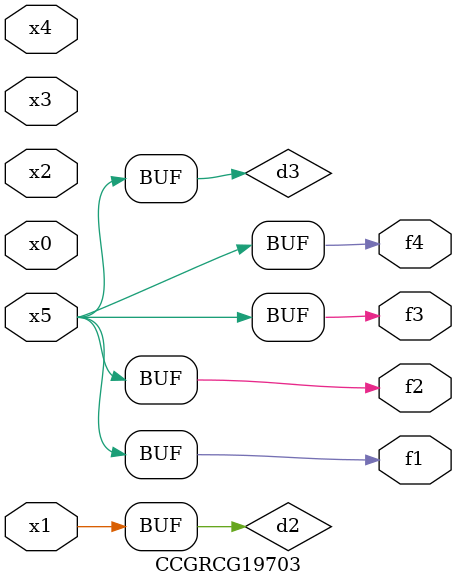
<source format=v>
module CCGRCG19703(
	input x0, x1, x2, x3, x4, x5,
	output f1, f2, f3, f4
);

	wire d1, d2, d3;

	not (d1, x5);
	or (d2, x1);
	xnor (d3, d1);
	assign f1 = d3;
	assign f2 = d3;
	assign f3 = d3;
	assign f4 = d3;
endmodule

</source>
